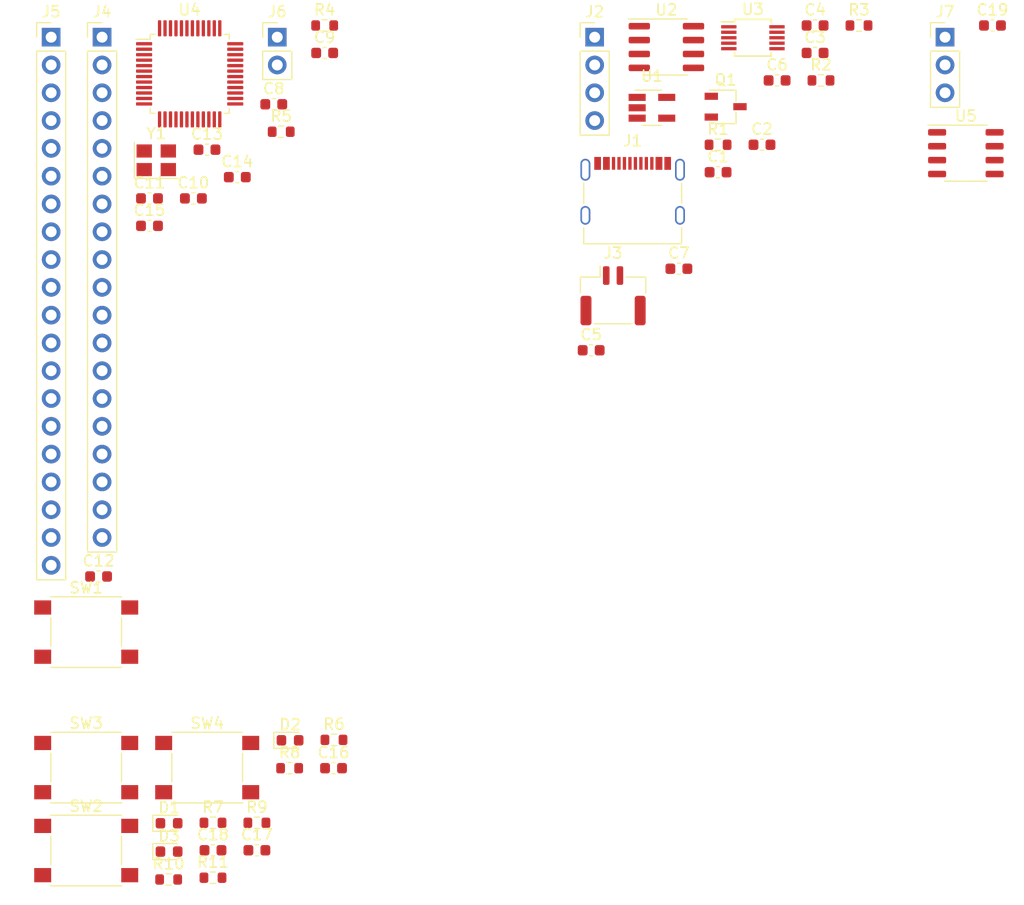
<source format=kicad_pcb>
(kicad_pcb (version 20211014) (generator pcbnew)
  (layers (0 "F.Cu" signal) (31 "B.Cu" signal) (34 "B.Paste" user) (35 "F.Paste" user) (36 "B.SilkS" user "B.Silkscreen") (37 "F.SilkS" user "F.Silkscreen") (38 "B.Mask" user) (39 "F.Mask" user) (44 "Edge.Cuts" user))
  (net 0 "")
  (net 1 "VBUS")
  (net 2 "GND")
  (net 3 "+3V3")
  (net 4 "/STM32_MinimumSystem/NRST")
  (net 5 "/STM32_MinimumSystem/OSC_IN")
  (net 6 "/STM32_MinimumSystem/OSC_OUT")
  (net 7 "Net-(C17-Pad1)")
  (net 8 "Net-(C18-Pad1)")
  (net 9 "Net-(D1-Pad2)")
  (net 10 "Net-(D2-Pad2)")
  (net 11 "Net-(D3-Pad2)")
  (net 13 "/PORT&POWER/D+")
  (net 14 "/PORT&POWER/D-")
  (net 18 "/PORT&POWER/3V3_Debug")
  (net 19 "/PORT&POWER/CAN-")
  (net 20 "/PORT&POWER/CAN+")
  (net 21 "/STM32_MinimumSystem/PA0")
  (net 22 "/STM32_MinimumSystem/PA1")
  (net 23 "/STM32_MinimumSystem/PA2")
  (net 24 "/STM32_MinimumSystem/PA3")
  (net 25 "/STM32_MinimumSystem/PA4")
  (net 26 "/STM32_MinimumSystem/PA5")
  (net 27 "/STM32_MinimumSystem/PA6")
  (net 28 "/STM32_MinimumSystem/PA7")
  (net 29 "/STM32_MinimumSystem/PB0")
  (net 30 "/STM32_MinimumSystem/PB1")
  (net 31 "/STM32_MinimumSystem/PB2")
  (net 32 "/STM32_MinimumSystem/PB10")
  (net 33 "/STM32_MinimumSystem/PB11")
  (net 34 "/STM32_MinimumSystem/PB12")
  (net 35 "/STM32_MinimumSystem/PB13")
  (net 36 "/STM32_MinimumSystem/PB14")
  (net 37 "/STM32_MinimumSystem/PB15")
  (net 38 "/STM32_MinimumSystem/PA8")
  (net 39 "/STM32_MinimumSystem/PA9")
  (net 40 "/STM32_MinimumSystem/PA10")
  (net 41 "/STM32_MinimumSystem/PA11")
  (net 42 "/STM32_MinimumSystem/PA12")
  (net 43 "/STM32_MinimumSystem/PA15")
  (net 44 "/STM32_MinimumSystem/PB3")
  (net 45 "/STM32_MinimumSystem/PB4")
  (net 46 "/STM32_MinimumSystem/PB5")
  (net 47 "/STM32_MinimumSystem/PB6")
  (net 48 "/STM32_MinimumSystem/PB7")
  (net 49 "/STM32_MinimumSystem/PB8")
  (net 50 "/STM32_MinimumSystem/PB9")
  (net 51 "/STM32_MinimumSystem/PC13")
  (net 52 "/STM32_MinimumSystem/PC14")
  (net 53 "/STM32_MinimumSystem/PC15")
  (net 54 "/STM32_MinimumSystem/BOOTO")
  (net 55 "Net-(J7-Pad1)")
  (net 56 "Net-(J7-Pad3)")
  (net 57 "Net-(Q1-Pad2)")
  (net 62 "/STM32_MinimumSystem/PA13")
  (net 63 "/STM32_MinimumSystem/PA14")
  (footprint "Resistor_SMD:R_0603_1608Metric" (layer "F.Cu") (at 125.2 72.5)
    (fp_text reference "R5" (at 0 -1.43) (layer "F.SilkS"))
    (fp_text value "10k")
    (pad "1" smd roundrect (at -0.825 0) (size 0.8 0.95) (layers "F.Cu" "F.Paste" "F.Mask") (net 54 "/STM32_MinimumSystem/BOOTO"))
    (pad "2" smd roundrect (at 0.825 0) (size 0.8 0.95) (layers "F.Cu" "F.Paste" "F.Mask") (net 2 "GND"))
  )
  (footprint "Capacitor_SMD:C_0603_1608Metric" (layer "F.Cu") (at 173.96 65.3)
    (fp_text reference "C3" (at 0 -1.43) (layer "F.SilkS"))
    (fp_text value "10u")
    (pad "1" smd roundrect (at -0.775 0) (size 0.9 0.95) (layers "F.Cu" "F.Paste" "F.Mask") (net 3 "+3V3"))
    (pad "2" smd roundrect (at 0.775 0) (size 0.9 0.95) (layers "F.Cu" "F.Paste" "F.Mask") (net 2 "GND"))
  )
  (footprint "Capacitor_SMD:C_0603_1608Metric" (layer "F.Cu") (at 170.49 67.81)
    (fp_text reference "C6" (at 0 -1.43) (layer "F.SilkS"))
    (fp_text value "100n")
    (pad "1" smd roundrect (at -0.775 0) (size 0.9 0.95) (layers "F.Cu" "F.Paste" "F.Mask") (net 3 "+3V3"))
    (pad "2" smd roundrect (at 0.775 0) (size 0.9 0.95) (layers "F.Cu" "F.Paste" "F.Mask") (net 2 "GND"))
  )
  (footprint "Capacitor_SMD:C_0603_1608Metric" (layer "F.Cu") (at 122.98 138.16)
    (fp_text reference "C17" (at 0 -1.43) (layer "F.SilkS"))
    (fp_text value "100n")
    (pad "1" smd roundrect (at -0.775 0) (size 0.9 0.95) (layers "F.Cu" "F.Paste" "F.Mask") (net 7 "Net-(C17-Pad1)"))
    (pad "2" smd roundrect (at 0.775 0) (size 0.9 0.95) (layers "F.Cu" "F.Paste" "F.Mask") (net 2 "GND"))
  )
  (footprint "Button_Switch_SMD:SW_Push_1P1T_NO_6x6mm_H9.5mm" (layer "F.Cu") (at 107.39 118.225)
    (fp_text reference "SW1" (at 0 -4.05) (layer "F.SilkS"))
    (fp_text value "SW_Push")
    (pad "1" smd rect (at 3.975 -2.25) (size 1.55 1.3) (layers "F.Cu" "F.Paste" "F.Mask") (net 2 "GND"))
    (pad "1" smd rect (at -3.975 -2.25) (size 1.55 1.3) (layers "F.Cu" "F.Paste" "F.Mask") (net 2 "GND"))
    (pad "2" smd rect (at 3.975 2.25) (size 1.55 1.3) (layers "F.Cu" "F.Paste" "F.Mask") (net 4 "/STM32_MinimumSystem/NRST"))
    (pad "2" smd rect (at -3.975 2.25) (size 1.55 1.3) (layers "F.Cu" "F.Paste" "F.Mask") (net 4 "/STM32_MinimumSystem/NRST"))
  )
  (footprint "LED_SMD:LED_0603_1608Metric" (layer "F.Cu") (at 114.96 135.69)
    (fp_text reference "D1" (at 0 -1.43) (layer "F.SilkS"))
    (fp_text value "LED")
    (pad "1" smd roundrect (at -0.7875 0) (size 0.875 0.95) (layers "F.Cu" "F.Paste" "F.Mask") (net 2 "GND"))
    (pad "2" smd roundrect (at 0.7875 0) (size 0.875 0.95) (layers "F.Cu" "F.Paste" "F.Mask") (net 9 "Net-(D1-Pad2)"))
  )
  (footprint "Capacitor_SMD:C_0603_1608Metric" (layer "F.Cu") (at 118.97 138.16)
    (fp_text reference "C18" (at 0 -1.43) (layer "F.SilkS"))
    (fp_text value "100n")
    (pad "1" smd roundrect (at -0.775 0) (size 0.9 0.95) (layers "F.Cu" "F.Paste" "F.Mask") (net 8 "Net-(C18-Pad1)"))
    (pad "2" smd roundrect (at 0.775 0) (size 0.9 0.95) (layers "F.Cu" "F.Paste" "F.Mask") (net 2 "GND"))
  )
  (footprint "Resistor_SMD:R_0603_1608Metric" (layer "F.Cu") (at 177.97 62.79)
    (fp_text reference "R3" (at 0 -1.43) (layer "F.SilkS"))
    (fp_text value "120")
    (pad "1" smd roundrect (at -0.825 0) (size 0.8 0.95) (layers "F.Cu" "F.Paste" "F.Mask") (net 20 "/PORT&POWER/CAN+"))
    (pad "2" smd roundrect (at 0.825 0) (size 0.8 0.95) (layers "F.Cu" "F.Paste" "F.Mask") (net 19 "/PORT&POWER/CAN-"))
  )
  (footprint "Crystal:Crystal_SMD_3225-4Pin_3.2x2.5mm" (layer "F.Cu") (at 113.79 75.11)
    (fp_text reference "Y1" (at 0 -2.45) (layer "F.SilkS"))
    (fp_text value "12M")
    (pad "1" smd rect (at -1.1 0.85) (size 1.4 1.2) (layers "F.Cu" "F.Paste" "F.Mask") (net 6 "/STM32_MinimumSystem/OSC_OUT"))
    (pad "2" smd rect (at 1.1 0.85) (size 1.4 1.2) (layers "F.Cu" "F.Paste" "F.Mask") (net 2 "GND"))
    (pad "3" smd rect (at 1.1 -0.85) (size 1.4 1.2) (layers "F.Cu" "F.Paste" "F.Mask") (net 5 "/STM32_MinimumSystem/OSC_IN"))
    (pad "4" smd rect (at -1.1 -0.85) (size 1.4 1.2) (layers "F.Cu" "F.Paste" "F.Mask") (net 2 "GND"))
  )
  (footprint "Connector_PinHeader_2.54mm:PinHeader_1x19_P2.54mm_Vertical" (layer "F.Cu") (at 108.84 63.86)
    (fp_text reference "J4" (at 0 -2.33) (layer "F.SilkS"))
    (fp_text value "Conn_01x19")
    (pad "1" thru_hole rect (at 0 0) (size 1.7 1.7) (drill 1) (layers *.Cu *.Mask) (net 21 "/STM32_MinimumSystem/PA0"))
    (pad "2" thru_hole oval (at 0 2.54) (size 1.7 1.7) (drill 1) (layers *.Cu *.Mask) (net 22 "/STM32_MinimumSystem/PA1"))
    (pad "3" thru_hole oval (at 0 5.08) (size 1.7 1.7) (drill 1) (layers *.Cu *.Mask) (net 23 "/STM32_MinimumSystem/PA2"))
    (pad "4" thru_hole oval (at 0 7.62) (size 1.7 1.7) (drill 1) (layers *.Cu *.Mask) (net 24 "/STM32_MinimumSystem/PA3"))
    (pad "5" thru_hole oval (at 0 10.16) (size 1.7 1.7) (drill 1) (layers *.Cu *.Mask) (net 25 "/STM32_MinimumSystem/PA4"))
    (pad "6" thru_hole oval (at 0 12.7) (size 1.7 1.7) (drill 1) (layers *.Cu *.Mask) (net 26 "/STM32_MinimumSystem/PA5"))
    (pad "7" thru_hole oval (at 0 15.24) (size 1.7 1.7) (drill 1) (layers *.Cu *.Mask) (net 27 "/STM32_MinimumSystem/PA6"))
    (pad "8" thru_hole oval (at 0 17.78) (size 1.7 1.7) (drill 1) (layers *.Cu *.Mask) (net 28 "/STM32_MinimumSystem/PA7"))
    (pad "9" thru_hole oval (at 0 20.32) (size 1.7 1.7) (drill 1) (layers *.Cu *.Mask) (net 29 "/STM32_MinimumSystem/PB0"))
    (pad "10" thru_hole oval (at 0 22.86) (size 1.7 1.7) (drill 1) (layers *.Cu *.Mask) (net 30 "/STM32_MinimumSystem/PB1"))
    (pad "11" thru_hole oval (at 0 25.4) (size 1.7 1.7) (drill 1) (layers *.Cu *.Mask) (net 31 "/STM32_MinimumSystem/PB2"))
    (pad "12" thru_hole oval (at 0 27.94) (size 1.7 1.7) (drill 1) (layers *.Cu *.Mask) (net 32 "/STM32_MinimumSystem/PB10"))
    (pad "13" thru_hole oval (at 0 30.48) (size 1.7 1.7) (drill 1) (layers *.Cu *.Mask) (net 33 "/STM32_MinimumSystem/PB11"))
    (pad "14" thru_hole oval (at 0 33.02) (size 1.7 1.7) (drill 1) (layers *.Cu *.Mask) (net 34 "/STM32_MinimumSystem/PB12"))
    (pad "15" thru_hole oval (at 0 35.56) (size 1.7 1.7) (drill 1) (layers *.Cu *.Mask) (net 35 "/STM32_MinimumSystem/PB13"))
    (pad "16" thru_hole oval (at 0 38.1) (size 1.7 1.7) (drill 1) (layers *.Cu *.Mask) (net 36 "/STM32_MinimumSystem/PB14"))
    (pad "17" thru_hole oval (at 0 40.64) (size 1.7 1.7) (drill 1) (layers *.Cu *.Mask) (net 37 "/STM32_MinimumSystem/PB15"))
    (pad "18" thru_hole oval (at 0 43.18) (size 1.7 1.7) (drill 1) (layers *.Cu *.Mask) (net 1 "VBUS"))
    (pad "19" thru_hole oval (at 0 45.72) (size 1.7 1.7) (drill 1) (layers *.Cu *.Mask) (net 2 "GND"))
  )
  (footprint "Connector_PinHeader_2.54mm:PinHeader_1x04_P2.54mm_Vertical" (layer "F.Cu") (at 153.83 63.86)
    (fp_text reference "J2" (at 0 -2.33) (layer "F.SilkS"))
    (fp_text value " ")
    (pad "1" thru_hole rect (at 0 0) (size 1.7 1.7) (drill 1) (layers *.Cu *.Mask) (net 18 "/PORT&POWER/3V3_Debug"))
    (pad "2" thru_hole oval (at 0 2.54) (size 1.7 1.7) (drill 1) (layers *.Cu *.Mask) (net 62 "/STM32_MinimumSystem/PA13"))
    (pad "3" thru_hole oval (at 0 5.08) (size 1.7 1.7) (drill 1) (layers *.Cu *.Mask) (net 63 "/STM32_MinimumSystem/PA14"))
    (pad "4" thru_hole oval (at 0 7.62) (size 1.7 1.7) (drill 1) (layers *.Cu *.Mask) (net 2 "GND"))
  )
  (footprint "Capacitor_SMD:C_0603_1608Metric" (layer "F.Cu") (at 129.17 65.3)
    (fp_text reference "C9" (at 0 -1.43) (layer "F.SilkS"))
    (fp_text value "100n")
    (pad "1" smd roundrect (at -0.775 0) (size 0.9 0.95) (layers "F.Cu" "F.Paste" "F.Mask") (net 3 "+3V3"))
    (pad "2" smd roundrect (at 0.775 0) (size 0.9 0.95) (layers "F.Cu" "F.Paste" "F.Mask") (net 2 "GND"))
  )
  (footprint "Capacitor_SMD:C_0603_1608Metric" (layer "F.Cu") (at 161.52 85.02)
    (fp_text reference "C7" (at 0 -1.43) (layer "F.SilkS"))
    (fp_text value "100n")
    (pad "1" smd roundrect (at -0.775 0) (size 0.9 0.95) (layers "F.Cu" "F.Paste" "F.Mask") (net 3 "+3V3"))
    (pad "2" smd roundrect (at 0.775 0) (size 0.9 0.95) (layers "F.Cu" "F.Paste" "F.Mask") (net 2 "GND"))
  )
  (footprint "Resistor_SMD:R_0603_1608Metric" (layer "F.Cu") (at 129.17 62.79)
    (fp_text reference "R4" (at 0 -1.43) (layer "F.SilkS"))
    (fp_text value "10k")
    (pad "1" smd roundrect (at -0.825 0) (size 0.8 0.95) (layers "F.Cu" "F.Paste" "F.Mask") (net 3 "+3V3"))
    (pad "2" smd roundrect (at 0.825 0) (size 0.8 0.95) (layers "F.Cu" "F.Paste" "F.Mask") (net 4 "/STM32_MinimumSystem/NRST"))
  )
  (footprint "LED_SMD:LED_0603_1608Metric" (layer "F.Cu") (at 126.01 128.11)
    (fp_text reference "D2" (at 0 -1.43) (layer "F.SilkS"))
    (fp_text value "LED")
    (pad "1" smd roundrect (at -0.7875 0) (size 0.875 0.95) (layers "F.Cu" "F.Paste" "F.Mask") (net 43 "/STM32_MinimumSystem/PA15"))
    (pad "2" smd roundrect (at 0.7875 0) (size 0.875 0.95) (layers "F.Cu" "F.Paste" "F.Mask") (net 10 "Net-(D2-Pad2)"))
  )
  (footprint "Connector_USB:USB_C_Receptacle_Palconn_UTC16-G" (layer "F.Cu") (at 157.3 77.9)
    (fp_text reference "J1" (at 0 -4.58) (layer "F.SilkS"))
    (fp_text value "USB_C_Receptacle_USB2.0")
    (pad "" np_thru_hole circle (at 2.89 -1.45 180) (size 0.6 0.6) (drill 0.6) (layers *.Cu *.Mask))
    (pad "" np_thru_hole circle (at -2.89 -1.45 180) (size 0.6 0.6) (drill 0.6) (layers *.Cu *.Mask))
    (pad "A1" smd rect (at -3.2 -2.51) (size 0.6 1.16) (layers "F.Cu" "F.Paste" "F.Mask") (net 2 "GND"))
    (pad "A4" smd rect (at -2.4 -2.51) (size 0.6 1.16) (layers "F.Cu" "F.Paste" "F.Mask") (net 1 "VBUS"))
    (pad "A5" smd rect (at -1.25 -2.51 180) (size 0.3 1.16) (layers "F.Cu" "F.Paste" "F.Mask"))
    (pad "A6" smd rect (at -0.25 -2.51 180) (size 0.3 1.16) (layers "F.Cu" "F.Paste" "F.Mask") (net 13 "/PORT&POWER/D+"))
    (pad "A7" smd rect (at 0.25 -2.51 180) (size 0.3 1.16) (layers "F.Cu" "F.Paste" "F.Mask") (net 14 "/PORT&POWER/D-"))
    (pad "A8" smd rect (at 1.25 -2.51 180) (size 0.3 1.16) (layers "F.Cu" "F.Paste" "F.Mask"))
    (pad "A9" smd rect (at 2.4 -2.51) (size 0.6 1.16) (layers "F.Cu" "F.Paste" "F.Mask") (net 1 "VBUS"))
    (pad "A12" smd rect (at 3.2 -2.51) (size 0.6 1.16) (layers "F.Cu" "F.Paste" "F.Mask") (net 2 "GND"))
    (pad "B1" smd rect (at 3.2 -2.51) (size 0.6 1.16) (layers "F.Cu" "F.Paste" "F.Mask") (net 2 "GND"))
    (pad "B4" smd rect (at 2.4 -2.51) (size 0.6 1.16) (layers "F.Cu" "F.Paste" "F.Mask") (net 1 "VBUS"))
    (pad "B5" smd rect (at 1.75 -2.51 180) (size 0.3 1.16) (layers "F.Cu" "F.Paste" "F.Mask"))
    (pad "B6" smd rect (at 0.75 -2.51 180) (size 0.3 1.16) (layers "F.Cu" "F.Paste" "F.Mask") (net 13 "/PORT&POWER/D+"))
    (pad "B7" smd rect (at -0.75 -2.51 180) (size 0.3 1.16) (layers "F.Cu" "F.Paste" "F.Mask") (net 14 "/PORT&POWER/D-"))
    (pad "B8" smd rect (at -1.75 -2.51 180) (size 0.3 1.16) (layers "F.Cu" "F.Paste" "F.Mask"))
    (pad "B9" smd rect (at -2.4 -2.51) (size 0.6 1.16) (layers "F.Cu" "F.Paste" "F.Mask") (net 1 "VBUS"))
    (pad "B12" smd rect (at -3.2 -2.51) (size 0.6 1.16) (layers "F.Cu" "F.Paste" "F.Mask") (net 2 "GND"))
    (pad "S1" thru_hole oval (at -4.32 -1.93 90) (size 2 0.9) (drill oval 1.7 0.6) (layers *.Cu *.Mask) (net 2 "GND"))
    (pad "S1" thru_hole oval (at -4.32 2.24 90) (size 1.7 0.9) (drill oval 1.4 0.6) (layers *.Cu *.Mask) (net 2 "GND"))
    (pad "S1" thru_hole oval (at 4.32 2.24 90) (size 1.7 0.9) (drill oval 1.4 0.6) (layers *.Cu *.Mask) (net 2 "GND"))
    (pad "S1" thru_hole oval (at 4.32 -1.93 90) (size 2 0.9) (drill oval 1.7 0.6) (layers *.Cu *.Mask) (net 2 "GND"))
  )
  (footprint "Capacitor_SMD:C_0603_1608Metric" (layer "F.Cu") (at 173.96 62.79)
    (fp_text reference "C4" (at 0 -1.43) (layer "F.SilkS"))
    (fp_text value "100n")
    (pad "1" smd roundrect (at -0.775 0) (size 0.9 0.95) (layers "F.Cu" "F.Paste" "F.Mask") (net 3 "+3V3"))
    (pad "2" smd roundrect (at 0.775 0) (size 0.9 0.95) (layers "F.Cu" "F.Paste" "F.Mask") (net 2 "GND"))
  )
  (footprint "Package_SO:MSOP-10_3x3mm_P0.5mm" (layer "F.Cu") (at 168.28 63.91)
    (fp_text reference "U3" (at 0 -2.6) (layer "F.SilkS"))
    (fp_text value "CH340E")
    (pad "1" smd rect (at -2.2 -1) (size 1.4 0.3) (layers "F.Cu" "F.Paste" "F.Mask") (net 13 "/PORT&POWER/D+"))
    (pad "2" smd rect (at -2.2 -0.5) (size 1.4 0.3) (layers "F.Cu" "F.Paste" "F.Mask") (net 14 "/PORT&POWER/D-"))
    (pad "3" smd rect (at -2.2 0) (size 1.4 0.3) (layers "F.Cu" "F.Paste" "F.Mask") (net 2 "GND"))
    (pad "4" smd rect (at -2.2 0.5) (size 1.4 0.3) (layers "F.Cu" "F.Paste" "F.Mask"))
    (pad "5" smd rect (at -2.2 1) (size 1.4 0.3) (layers "F.Cu" "F.Paste" "F.Mask"))
    (pad "6" smd rect (at 2.2 1) (size 1.4 0.3) (layers "F.Cu" "F.Paste" "F.Mask"))
    (pad "7" smd rect (at 2.2 0.5) (size 1.4 0.3) (layers "F.Cu" "F.Paste" "F.Mask") (net 3 "+3V3"))
    (pad "8" smd rect (at 2.2 0) (size 1.4 0.3) (layers "F.Cu" "F.Paste" "F.Mask") (net 40 "/STM32_MinimumSystem/PA10"))
    (pad "9" smd rect (at 2.2 -0.5) (size 1.4 0.3) (layers "F.Cu" "F.Paste" "F.Mask") (net 39 "/STM32_MinimumSystem/PA9"))
    (pad "10" smd rect (at 2.2 -1) (size 1.4 0.3) (layers "F.Cu" "F.Paste" "F.Mask") (net 3 "+3V3"))
  )
  (footprint "Capacitor_SMD:C_0603_1608Metric" (layer "F.Cu") (at 190.16 62.79)
    (fp_text reference "C19" (at 0 -1.43) (layer "F.SilkS"))
    (fp_text value "100n")
    (pad "1" smd roundrect (at -0.775 0) (size 0.9 0.95) (layers "F.Cu" "F.Paste" "F.Mask") (net 3 "+3V3"))
    (pad "2" smd roundrect (at 0.775 0) (size 0.9 0.95) (layers "F.Cu" "F.Paste" "F.Mask") (net 2 "GND"))
  )
  (footprint "Connector_PinHeader_2.54mm:PinHeader_1x02_P2.54mm_Vertical" (layer "F.Cu") (at 124.84 63.86)
    (fp_text reference "J6" (at 0 -2.33) (layer "F.SilkS"))
    (fp_text value "Conn_01x02")
    (pad "1" thru_hole rect (at 0 0) (size 1.7 1.7) (drill 1) (layers *.Cu *.Mask) (net 3 "+3V3"))
    (pad "2" thru_hole oval (at 0 2.54) (size 1.7 1.7) (drill 1) (layers *.Cu *.Mask) (net 54 "/STM32_MinimumSystem/BOOTO"))
  )
  (footprint "Capacitor_SMD:C_0603_1608Metric" (layer "F.Cu") (at 108.52 113.14)
    (fp_text reference "C12" (at 0 -1.43) (layer "F.SilkS"))
    (fp_text value "100n")
    (pad "1" smd roundrect (at -0.775 0) (size 0.9 0.95) (layers "F.Cu" "F.Paste" "F.Mask") (net 3 "+3V3"))
    (pad "2" smd roundrect (at 0.775 0) (size 0.9 0.95) (layers "F.Cu" "F.Paste" "F.Mask") (net 2 "GND"))
  )
  (footprint "LED_SMD:LED_0603_1608Metric" (layer "F.Cu") (at 114.96 138.28)
    (fp_text reference "D3" (at 0 -1.43) (layer "F.SilkS"))
    (fp_text value "LED")
    (pad "1" smd roundrect (at -0.7875 0) (size 0.875 0.95) (layers "F.Cu" "F.Paste" "F.Mask") (net 44 "/STM32_MinimumSystem/PB3"))
    (pad "2" smd roundrect (at 0.7875 0) (size 0.875 0.95) (layers "F.Cu" "F.Paste" "F.Mask") (net 11 "Net-(D3-Pad2)"))
  )
  (footprint "Resistor_SMD:R_0603_1608Metric" (layer "F.Cu") (at 174.5 67.81)
    (fp_text reference "R2" (at 0 -1.43) (layer "F.SilkS"))
    (fp_text value "10k")
    (pad "1" smd roundrect (at -0.825 0) (size 0.8 0.95) (layers "F.Cu" "F.Paste" "F.Mask") (net 57 "Net-(Q1-Pad2)"))
    (pad "2" smd roundrect (at 0.825 0) (size 0.8 0.95) (layers "F.Cu" "F.Paste" "F.Mask") (net 2 "GND"))
  )
  (footprint "Package_TO_SOT_SMD:SOT-23-5_HandSoldering" (layer "F.Cu") (at 159.06 70.31)
    (fp_text reference "U1" (at 0 -2.9) (layer "F.SilkS"))
    (fp_text value "HX9193")
    (pad "1" smd rect (at -1.35 -0.95) (size 1.56 0.65) (layers "F.Cu" "F.Paste" "F.Mask") (net 1 "VBUS"))
    (pad "2" smd rect (at -1.35 0) (size 1.56 0.65) (layers "F.Cu" "F.Paste" "F.Mask") (net 2 "GND"))
    (pad "3" smd rect (at -1.35 0.95) (size 1.56 0.65) (layers "F.Cu" "F.Paste" "F.Mask") (net 1 "VBUS"))
    (pad "4" smd rect (at 1.35 0.95) (size 1.56 0.65) (layers "F.Cu" "F.Paste" "F.Mask"))
    (pad "5" smd rect (at 1.35 -0.95) (size 1.56 0.65) (layers "F.Cu" "F.Paste" "F.Mask") (net 3 "+3V3"))
  )
  (footprint "Resistor_SMD:R_0603_1608Metric" (layer "F.Cu") (at 122.98 135.65)
    (fp_text reference "R9" (at 0 -1.43) (layer "F.SilkS"))
    (fp_text value "R")
    (pad "1" smd roundrect (at -0.825 0) (size 0.8 0.95) (layers "F.Cu" "F.Paste" "F.Mask") (net 3 "+3V3"))
    (pad "2" smd roundrect (at 0.825 0) (size 0.8 0.95) (layers "F.Cu" "F.Paste" "F.Mask") (net 9 "Net-(D1-Pad2)"))
  )
  (footprint "Button_Switch_SMD:SW_Push_1P1T_NO_6x6mm_H9.5mm" (layer "F.Cu") (at 107.39 130.605)
    (fp_text reference "SW3" (at 0 -4.05) (layer "F.SilkS"))
    (fp_text value "SW_Push")
    (pad "1" smd rect (at 3.975 -2.25) (size 1.55 1.3) (layers "F.Cu" "F.Paste" "F.Mask") (net 2 "GND"))
    (pad "1" smd rect (at -3.975 -2.25) (size 1.55 1.3) (layers "F.Cu" "F.Paste" "F.Mask") (net 2 "GND"))
    (pad "2" smd rect (at 3.975 2.25) (size 1.55 1.3) (layers "F.Cu" "F.Paste" "F.Mask") (net 49 "/STM32_MinimumSystem/PB8"))
    (pad "2" smd rect (at -3.975 2.25) (size 1.55 1.3) (layers "F.Cu" "F.Paste" "F.Mask") (net 49 "/STM32_MinimumSystem/PB8"))
  )
  (footprint "Capacitor_SMD:C_0603_1608Metric" (layer "F.Cu") (at 165.1 76.2)
    (fp_text reference "C1" (at 0 -1.43) (layer "F.SilkS"))
    (fp_text value "10u")
    (pad "1" smd roundrect (at -0.775 0) (size 0.9 0.95) (layers "F.Cu" "F.Paste" "F.Mask") (net 1 "VBUS"))
    (pad "2" smd roundrect (at 0.775 0) (size 0.9 0.95) (layers "F.Cu" "F.Paste" "F.Mask") (net 2 "GND"))
  )
  (footprint "Resistor_SMD:R_0603_1608Metric" (layer "F.Cu") (at 118.97 140.67)
    (fp_text reference "R11" (at 0 -1.43) (layer "F.SilkS"))
    (fp_text value "R")
    (pad "1" smd roundrect (at -0.825 0) (size 0.8 0.95) (layers "F.Cu" "F.Paste" "F.Mask") (net 3 "+3V3"))
    (pad "2" smd roundrect (at 0.825 0) (size 0.8 0.95) (layers "F.Cu" "F.Paste" "F.Mask") (net 11 "Net-(D3-Pad2)"))
  )
  (footprint "Button_Switch_SMD:SW_Push_1P1T_NO_6x6mm_H9.5mm" (layer "F.Cu") (at 107.39 138.185)
    (fp_text reference "SW2" (at 0 -4.05) (layer "F.SilkS"))
    (fp_text value "SW_Push")
    (pad "1" smd rect (at 3.975 -2.25) (size 1.55 1.3) (layers "F.Cu" "F.Paste" "F.Mask") (net 2 "GND"))
    (pad "1" smd rect (at -3.975 -2.25) (size 1.55 1.3) (layers "F.Cu" "F.Paste" "F.Mask") (net 2 "GND"))
    (pad "2" smd rect (at -3.975 2.25) (size 1.55 1.3) (layers "F.Cu" "F.Paste" "F.Mask") (net 45 "/STM32_MinimumSystem/PB4"))
    (pad "2" smd rect (at 3.975 2.25) (size 1.55 1.3) (layers "F.Cu" "F.Paste" "F.Mask") (net 45 "/STM32_MinimumSystem/PB4"))
  )
  (footprint "Resistor_SMD:R_0603_1608Metric" (layer "F.Cu") (at 165.1 73.69)
    (fp_text reference "R1" (at 0 -1.43) (layer "F.SilkS"))
    (fp_text value "1k")
    (pad "1" smd roundrect (at -0.825 0) (size 0.8 0.95) (layers "F.Cu" "F.Paste" "F.Mask") (net 1 "VBUS"))
    (pad "2" smd roundrect (at 0.825 0) (size 0.8 0.95) (layers "F.Cu" "F.Paste" "F.Mask") (net 57 "Net-(Q1-Pad2)"))
  )
  (footprint "Capacitor_SMD:C_0603_1608Metric" (layer "F.Cu") (at 118.42 74.14)
    (fp_text reference "C13" (at 0 -1.43) (layer "F.SilkS"))
    (fp_text value "100n")
    (pad "1" smd roundrect (at -0.775 0) (size 0.9 0.95) (layers "F.Cu" "F.Paste" "F.Mask") (net 4 "/STM32_MinimumSystem/NRST"))
    (pad "2" smd roundrect (at 0.775 0) (size 0.9 0.95) (layers "F.Cu" "F.Paste" "F.Mask") (net 2 "GND"))
  )
  (footprint "Capacitor_SMD:C_0603_1608Metric" (layer "F.Cu") (at 121.19 76.65)
    (fp_text reference "C14" (at 0 -1.43) (layer "F.SilkS"))
    (fp_text value "18p")
    (pad "1" smd roundrect (at -0.775 0) (size 0.9 0.95) (layers "F.Cu" "F.Paste" "F.Mask") (net 5 "/STM32_MinimumSystem/OSC_IN"))
    (pad "2" smd roundrect (at 0.775 0) (size 0.9 0.95) (layers "F.Cu" "F.Paste" "F.Mask") (net 2 "GND"))
  )
  (footprint "Package_QFP:LQFP-48_7x7mm_P0.5mm" (layer "F.Cu") (at 116.84 67.21)
    (fp_text reference "U4" (at 0 -5.85) (layer "F.SilkS"))
    (fp_text value "STM32F103C8T6")
    (pad "1" smd roundrect (at -4.1625 -2.75) (size 1.475 0.3) (layers "F.Cu" "F.Paste" "F.Mask") (net 3 "+3V3"))
    (pad "2" smd roundrect (at -4.1625 -2.25) (size 1.475 0.3) (layers "F.Cu" "F.Paste" "F.Mask") (net 51 "/STM32_MinimumSystem/PC13"))
    (pad "3" smd roundrect (at -4.1625 -1.75) (size 1.475 0.3) (layers "F.Cu" "F.Paste" "F.Mask") (net 52 "/STM32_MinimumSystem/PC14"))
    (pad "4" smd roundrect (at -4.1625 -1.25) (size 1.475 0.3) (layers "F.Cu" "F.Paste" "F.Mask") (net 53 "/STM32_MinimumSystem/PC15"))
    (pad "5" smd roundrect (at -4.1625 -0.75) (size 1.475 0.3) (layers "F.Cu" "F.Paste" "F.Mask") (net 5 "/STM32_MinimumSystem/OSC_IN"))
    (pad "6" smd roundrect (at -4.1625 -0.25) (size 1.475 0.3) (layers "F.Cu" "F.Paste" "F.Mask") (net 6 "/STM32_MinimumSystem/OSC_OUT"))
    (pad "7" smd roundrect (at -4.1625 0.25) (size 1.475 0.3) (layers "F.Cu" "F.Paste" "F.Mask") (net 4 "/STM32_MinimumSystem/NRST"))
    (pad "8" smd roundrect (at -4.1625 0.75) (size 1.475 0.3) (layers "F.Cu" "F.Paste" "F.Mask") (net 2 "GND"))
    (pad "9" smd roundrect (at -4.1625 1.25) (size 1.475 0.3) (layers "F.Cu" "F.Paste" "F.Mask") (net 3 "+3V3"))
    (pad "10" smd roundrect (at -4.1625 1.75) (size 1.475 0.3) (layers "F.Cu" "F.Paste" "F.Mask") (net 21 "/STM32_MinimumSystem/PA0"))
    (pad "11" smd roundrect (at -4.1625 2.25) (size 1.475 0.3) (layers "F.Cu" "F.Paste" "F.Mask") (net 22 "/STM32_MinimumSystem/PA1"))
    (pad "12" smd roundrect (at -4.1625 2.75) (size 1.475 0.3) (layers "F.Cu" "F.Paste" "F.Mask") (net 23 "/STM32_MinimumSystem/PA2"))
    (pad "13" smd roundrect (at -2.75 4.1625) (size 0.3 1.475) (layers "F.Cu" "F.Paste" "F.Mask") (net 24 "/STM32_MinimumSystem/PA3"))
    (pad "14" smd roundrect (at -2.25 4.1625) (size 0.3 1.475) (layers "F.Cu" "F.Paste" "F.Mask") (net 25 "/STM32_MinimumSystem/PA4"))
    (pad "15" smd roundrect (at -1.75 4.1625) (size 0.3 1.475) (layers "F.Cu" "F.Paste" "F.Mask") (net 26 "/STM32_MinimumSystem/PA5"))
    (pad "16" smd roundrect (at -1.25 4.1625) (size 0.3 1.475) (layers "F.Cu" "F.Paste" "F.Mask") (net 27 "/STM32_MinimumSystem/PA6"))
    (pad "17" smd roundrect (at -0.75 4.1625) (size 0.3 1.475) (layers "F.Cu" "F.Paste" "F.Mask") (net 28 "/STM32_MinimumSystem/PA7"))
    (pad "18" smd roundrect (at -0.25 4.1625) (size 0.3 1.475) (layers "F.Cu" "F.Paste" "F.Mask") (net 29 "/STM32_MinimumSystem/PB0"))
    (pad "19" smd roundrect (at 0.25 4.1625) (size 0.3 1.475) (layers "F.Cu" "F.Paste" "F.Mask") (net 30 "/STM32_MinimumSystem/PB1"))
    (pad "20" smd roundrect (at 0.75 4.1625) (size 0.3 1.475) (layers "F.Cu" "F.Paste" "F.Mask") (net 31 "/STM32_MinimumSystem/PB2"))
    (pad "21" smd roundrect (at 1.25 4.1625) (size 0.3 1.475) (layers "F.Cu" "F.Paste" "F.Mask") (net 32 "/STM32_MinimumSystem/PB10"))
    (pad "22" smd roundrect (at 1.75 4.1625) (size 0.3 1.475) (layers "F.Cu" "F.Paste" "F.Mask") (net 33 "/STM32_MinimumSystem/PB11"))
    (pad "23" smd roundrect (at 2.25 4.1625) (size 0.3 1.475) (layers "F.Cu" "F.Paste" "F.Mask") (net 2 "GND"))
    (pad "24" smd roundrect (at 2.75 4.1625) (size 0.3 1.475) (layers "F.Cu" "F.Paste" "F.Mask") (net 3 "+3V3"))
    (pad "25" smd roundrect (at 4.1625 2.75) (size 1.475 0.3) (layers "F.Cu" "F.Paste" "F.Mask") (net 34 "/STM32_MinimumSystem/PB12"))
    (pad "26" smd roundrect (at 4.1625 2.25) (size 1.475 0.3) (layers "F.Cu" "F.Paste" "F.Mask") (net 35 "/STM32_MinimumSystem/PB13"))
    (pad "27" smd roundrect (at 4.1625 1.75) (size 1.475 0.3) (layers "F.Cu" "F.Paste" "F.Mask") (net 36 "/STM32_MinimumSystem/PB14"))
    (pad "28" smd roundrect (at 4.1625 1.25) (size 1.475 0.3) (layers "F.Cu" "F.Paste" "F.Mask") (net 37 "/STM32_MinimumSystem/PB15"))
    (pad "29" smd roundrect (at 4.1625 0.75) (size 1.475 0.3) (layers "F.Cu" "F.Paste" "F.Mask") (net 38 "/STM32_MinimumSystem/PA8"))
    (pad "30" smd roundrect (at 4.1625 0.25) (size 1.475 0.3) (layers "F.Cu" "F.Paste" "F.Mask") (net 39 "/STM32_MinimumSystem/PA9"))
    (pad "31" smd roundrect (at 4.1625 -0.25) (size 1.475 0.3) (layers "F.Cu" "F.Paste" "F.Mask") (net 40 "/STM32_MinimumSystem/PA10"))
    (pad "32" smd roundrect (at 4.1625 -0.75) (size 1.475 0.3) (layers "F.Cu" "F.Paste" "F.Mask") (net 41 "/STM32_MinimumSystem/PA11"))
    (pad "33" smd roundrect (at 4.1625 -1.25) (size 1.475 0.3) (layers "F.Cu" "F.Paste" "F.Mask") (net 42 "/STM32_MinimumSystem/PA12"))
    (pad "34" smd roundrect (at 4.1625 -1.75) (size 1.475 0.3) (layers "F.Cu" "F.Paste" "F.Mask") (net 62 "/STM32_MinimumSystem/PA13"))
    (pad "35" smd roundrect (at 4.1625 -2.25) (size 1.475 0.3) (layers "F.Cu" "F.Paste" "F.Mask") (net 2 "GND"))
    (pad "36" smd roundrect (at 4.1625 -2.75) (size 1.475 0.3) (layers "F.Cu" "F.Paste" "F.Mask") (net 3 "+3V3"))
    (pad "37" smd roundrect (at 2.75 -4.1625) (size 0.3 1.475) (layers "F.Cu" "F.Paste" "F.Mask") (net 63 "/STM32_MinimumSystem/PA14"))
    (pad "38" smd roundrect (at 2.25 -4.1625) (size 0.3 1.475) (layers "F.Cu" "F.Paste" "F.Mask") (net 43 "/STM32_MinimumSystem/PA15"))
    (pad "39" smd roundrect (at 1.75 -4.1625) (size 0.3 1.475) (layers "F.Cu" "F.Paste" "F.Mask") (net 44 "/STM32_MinimumSystem/PB3"))
    (pad "40" smd roundrect (at 1.25 -4.1625) (size 0.3 1.475) (layers "F.Cu" "F.Paste" "F.Mask") (net 45 "/STM32_MinimumSystem/PB4"))
    (pad "41" smd roundrect (at 0.75 -4.1625) (size 0.3 1.475) (layers "F.Cu" "F.Paste" "F.Mask") (net 46 "/STM32_MinimumSystem/PB5"))
    (pad "42" smd roundrect (at 0.25 -4.1625) (size 0.3 1.475) (layers "F.Cu" "F.Paste" "F.Mask") (net 47 "/STM32_MinimumSystem/PB6"))
    (pad "43" smd roundrect (at -0.25 -4.1625) (size 0.3 1.475) (layers "F.Cu" "F.Paste" "F.Mask") (net 48 "/STM32_MinimumSystem/PB7"))
    (pad "44" smd roundrect (at -0.75 -4.1625) (size 0.3 1.475) (layers "F.Cu" "F.Paste" "F.Mask") (net 54 "/STM32_MinimumSystem/BOOTO"))
    (pad "45" smd roundrect (at -1.25 -4.1625) (size 0.3 1.475) (layers "F.Cu" "F.Paste" "F.Mask") (net 49 "/STM32_MinimumSystem/PB8"))
    (pad "46" smd roundrect (at -1.75 -4.1625) (size 0.3 1.475) (layers "F.Cu" "F.Paste" "F.Mask") (net 50 "/STM32_MinimumSystem/PB9"))
    (pad "47" smd roundrect (at -2.25 -4.1625) (size 0.3 1.475) (layers "F.Cu" "F.Paste" "F.Mask") (net 2 "GND"))
    (pad "48" smd roundrect (at -2.75 -4.1625) (size 0.3 1.475) (layers "F.Cu" "F.Paste" "F.Mask") (net 3 "+3V3"))
  )
  (footprint "Capacitor_SMD:C_0603_1608Metric" (layer "F.Cu") (at 124.52 69.99)
    (fp_text reference "C8" (at 0 -1.43) (layer "F.SilkS"))
    (fp_text value "100n")
    (pad "1" smd roundrect (at -0.775 0) (size 0.9 0.95) (layers "F.Cu" "F.Paste" "F.Mask") (net 3 "+3V3"))
    (pad "2" smd roundrect (at 0.775 0) (size 0.9 0.95) (layers "F.Cu" "F.Paste" "F.Mask") (net 2 "GND"))
  )
  (footprint "Capacitor_SMD:C_0603_1608Metric" (layer "F.Cu") (at 113.17 78.59)
    (fp_text reference "C11" (at 0 -1.43) (layer "F.SilkS"))
    (fp_text value "100n")
    (pad "1" smd roundrect (at -0.775 0) (size 0.9 0.95) (layers "F.Cu" "F.Paste" "F.Mask") (net 3 "+3V3"))
    (pad "2" smd roundrect (at 0.775 0) (size 0.9 0.95) (layers "F.Cu" "F.Paste" "F.Mask") (net 2 "GND"))
  )
  (footprint "Package_SO:SOIC-8_3.9x4.9mm_P1.27mm" (layer "F.Cu") (at 160.38 64.76)
    (fp_text reference "U2" (at 0 -3.4) (layer "F.SilkS"))
    (fp_text value "TJA1051T-3")
    (pad "1" smd roundrect (at -2.475 -1.905) (size 1.95 0.6) (layers "F.Cu" "F.Paste" "F.Mask") (net 42 "/STM32_MinimumSystem/PA12"))
    (pad "2" smd roundrect (at -2.475 -0.635) (size 1.95 0.6) (layers "F.Cu" "F.Paste" "F.Mask") (net 2 "GND"))
    (pad "3" smd roundrect (at -2.475 0.635) (size 1.95 0.6) (layers "F.Cu" "F.Paste" "F.Mask") (net 1 "VBUS"))
    (pad "4" smd roundrect (at -2.475 1.905) (size 1.95 0.6) (layers "F.Cu" "F.Paste" "F.Mask") (net 41 "/STM32_MinimumSystem/PA11"))
    (pad "5" smd roundrect (at 2.475 1.905) (size 1.95 0.6) (layers "F.Cu" "F.Paste" "F.Mask") (net 3 "+3V3"))
    (pad "6" smd roundrect (at 2.475 0.635) (size 1.95 0.6) (layers "F.Cu" "F.Paste" "F.Mask") (net 19 "/PORT&POWER/CAN-"))
    (pad "7" smd roundrect (at 2.475 -0.635) (size 1.95 0.6) (layers "F.Cu" "F.Paste" "F.Mask") (net 20 "/PORT&POWER/CAN+"))
    (pad "8" smd roundrect (at 2.475 -1.905) (size 1.95 0.6) (layers "F.Cu" "F.Paste" "F.Mask") (net 2 "GND"))
  )
  (footprint "Connector_PinHeader_2.54mm:PinHeader_1x03_P2.54mm_Vertical" (layer "F.Cu") (at 185.83 63.86)
    (fp_text reference "J7" (at 0 -2.33) (layer "F.SilkS"))
    (fp_text value "Conn_01x03")
    (pad "1" thru_hole rect (at 0 0) (size 1.7 1.7) (drill 1) (layers *.Cu *.Mask) (net 55 "Net-(J7-Pad1)"))
    (pad "2" thru_hole oval (at 0 2.54) (size 1.7 1.7) (drill 1) (layers *.Cu *.Mask) (net 21 "/STM32_MinimumSystem/PA0"))
    (pad "3" thru_hole oval (at 0 5.08) (size 1.7 1.7) (drill 1) (layers *.Cu *.Mask) (net 56 "Net-(J7-Pad3)"))
  )
  (footprint "Capacitor_SMD:C_0603_1608Metric" (layer "F.Cu") (at 153.51 92.47)
    (fp_text reference "C5" (at 0 -1.43) (layer "F.SilkS"))
    (fp_text value "100n")
    (pad "1" smd roundrect (at -0.775 0) (size 0.9 0.95) (layers "F.Cu" "F.Paste" "F.Mask") (net 1 "VBUS"))
    (pad "2" smd roundrect (at 0.775 0) (size 0.9 0.95) (layers "F.Cu" "F.Paste" "F.Mask") (net 2 "GND"))
  )
  (footprint "Capacitor_SMD:C_0603_1608Metric" (layer "F.Cu") (at 129.98 130.66)
    (fp_text reference "C16" (at 0 -1.43) (layer "F.SilkS"))
    (fp_text value "100n")
    (pad "1" smd roundrect (at -0.775 0) (size 0.9 0.95) (layers "F.Cu" "F.Paste" "F.Mask") (net 45 "/STM32_MinimumSystem/PB4"))
    (pad "2" smd roundrect (at 0.775 0) (size 0.9 0.95) (layers "F.Cu" "F.Paste" "F.Mask") (net 2 "GND"))
  )
  (footprint "Button_Switch_SMD:SW_Push_1P1T_NO_6x6mm_H9.5mm" (layer "F.Cu") (at 118.44 130.605)
    (fp_text reference "SW4" (at 0 -4.05) (layer "F.SilkS"))
    (fp_text value "SW_Push")
    (pad "1" smd rect (at -3.975 -2.25) (size 1.55 1.3) (layers "F.Cu" "F.Paste" "F.Mask") (net 2 "GND"))
    (pad "1" smd rect (at 3.975 -2.25) (size 1.55 1.3) (layers "F.Cu" "F.Paste" "F.Mask") (net 2 "GND"))
    (pad "2" smd rect (at -3.975 2.25) (size 1.55 1.3) (layers "F.Cu" "F.Paste" "F.Mask") (net 50 "/STM32_MinimumSystem/PB9"))
    (pad "2" smd rect (at 3.975 2.25) (size 1.55 1.3) (layers "F.Cu" "F.Paste" "F.Mask") (net 50 "/STM32_MinimumSystem/PB9"))
  )
  (footprint "Resistor_SMD:R_0603_1608Metric" (layer "F.Cu") (at 118.97 135.65)
    (fp_text reference "R7" (at 0 -1.43) (layer "F.SilkS"))
    (fp_text value "1K")
    (pad "1" smd roundrect (at -0.825 0) (size 0.8 0.95) (layers "F.Cu" "F.Paste" "F.Mask") (net 3 "+3V3"))
    (pad "2" smd roundrect (at 0.825 0) (size 0.8 0.95) (layers "F.Cu" "F.Paste" "F.Mask") (net 7 "Net-(C17-Pad1)"))
  )
  (footprint "Capacitor_SMD:C_0603_1608Metric" (layer "F.Cu") (at 117.18 78.59)
    (fp_text reference "C10" (at 0 -1.43) (layer "F.SilkS"))
    (fp_text value "100n")
    (pad "1" smd roundrect (at -0.775 0) (size 0.9 0.95) (layers "F.Cu" "F.Paste" "F.Mask") (net 3 "+3V3"))
    (pad "2" smd roundrect (at 0.775 0) (size 0.9 0.95) (layers "F.Cu" "F.Paste" "F.Mask") (net 2 "GND"))
  )
  (footprint "Capacitor_SMD:C_0603_1608Metric" (layer "F.Cu") (at 169.11 73.69)
    (fp_text reference "C2" (at 0 -1.43) (layer "F.SilkS"))
    (fp_text value "100n")
    (pad "1" smd roundrect (at -0.775 0) (size 0.9 0.95) (layers "F.Cu" "F.Paste" "F.Mask") (net 1 "VBUS"))
    (pad "2" smd roundrect (at 0.775 0) (size 0.9 0.95) (layers "F.Cu" "F.Paste" "F.Mask") (net 2 "GND"))
  )
  (footprint "Package_SO:SOP-8_3.9x4.9mm_P1.27mm" (layer "F.Cu") (at 187.73 74.46)
    (fp_text reference "U5" (at 0 -3.4) (layer "F.SilkS"))
    (fp_text value "AD8400ARZ50")
    (pad "1" smd roundrect (at -2.625 -1.905) (size 1.65 0.6) (layers "F.Cu" "F.Paste" "F.Mask") (net 56 "Net-(J7-Pad3)"))
    (pad "2" smd roundrect (at -2.625 -0.635) (size 1.65 0.6) (layers "F.Cu" "F.Paste" "F.Mask") (net 2 "GND"))
    (pad "3" smd roundrect (at -2.625 0.635) (size 1.65 0.6) (layers "F.Cu" "F.Paste" "F.Mask") (net 25 "/STM32_MinimumSystem/PA4"))
    (pad "4" smd roundrect (at -2.625 1.905) (size 1.65 0.6) (layers "F.Cu" "F.Paste" "F.Mask") (net 28 "/STM32_MinimumSystem/PA7"))
    (pad "5" smd roundrect (at 2.625 1.905) (size 1.65 0.6) (layers "F.Cu" "F.Paste" "F.Mask") (net 26 "/STM32_MinimumSystem/PA5"))
    (pad "6" smd roundrect (at 2.625 0.635) (size 1.65 0.6) (layers "F.Cu" "F.Paste" "F.Mask") (net 3 "+3V3"))
    (pad "7" smd roundrect (at 2.625 -0.635) (size 1.65 0.6) (layers "F.Cu" "F.Paste" "F.Mask") (net 21 "/STM32_MinimumSystem/PA0"))
    (pad "8" smd roundrect (at 2.625 -1.905) (size 1.65 0.6) (layers "F.Cu" "F.Paste" "F.Mask") (net 55 "Net-(J7-Pad1)"))
  )
  (footprint "Resistor_SMD:R_0603_1608Metric" (layer "F.Cu") (at 125.97 130.66)
    (fp_text reference "R8" (at 0 -1.43) (layer "F.SilkS"))
    (fp_text value "1K")
    (pad "1" smd roundrect (at -0.825 0) (size 0.8 0.95) (layers "F.Cu" "F.Paste" "F.Mask") (net 3 "+3V3"))
    (pad "2" smd roundrect (at 0.825 0) (size 0.8 0.95) (layers "F.Cu" "F.Paste" "F.Mask") (net 8 "Net-(C18-Pad1)"))
  )
  (footprint "Resistor_SMD:R_0603_1608Metric" (layer "F.Cu") (at 114.92 140.83)
    (fp_text reference "R10" (at 0 -1.43) (layer "F.SilkS"))
    (fp_text value "R")
    (pad "1" smd roundrect (at -0.825 0) (size 0.8 0.95) (layers "F.Cu" "F.Paste" "F.Mask") (net 3 "+3V3"))
    (pad "2" smd roundrect (at 0.825 0) (size 0.8 0.95) (layers "F.Cu" "F.Paste" "F.Mask") (net 10 "Net-(D2-Pad2)"))
  )
  (footprint "Capacitor_SMD:C_0603_1608Metric" (layer "F.Cu") (at 113.17 81.1)
    (fp_text reference "C15" (at 0 -1.43) (layer "F.SilkS"))
    (fp_text value "18p")
    (pad "1" smd roundrect (at -0.775 0) (size 0.9 0.95) (layers "F.Cu" "F.Paste" "F.Mask") (net 2 "GND"))
    (pad "2" smd roundrect (at 0.775 0) (size 0.9 0.95) (layers "F.Cu" "F.Paste" "F.Mask") (net 6 "/STM32_MinimumSystem/OSC_OUT"))
  )
  (footprint "Package_TO_SOT_SMD:TSOT-23" (layer "F.Cu") (at 165.79 70.21)
    (fp_text reference "Q1" (at 0 -2.45) (layer "F.SilkS"))
    (fp_text value " ")
    (pad "1" smd rect (at -1.31 -0.95) (size 1.22 0.65) (layers "F.Cu" "F.Paste" "F.Mask") (net 3 "+3V3"))
    (pad "2" smd rect (at -1.31 0.95) (size 1.22 0.65) (layers "F.Cu" "F.Paste" "F.Mask") (net 57 "Net-(Q1-Pad2)"))
    (pad "3" smd rect (at 1.31 0) (size 1.22 0.65) (layers "F.Cu" "F.Paste" "F.Mask") (net 18 "/PORT&POWER/3V3_Debug"))
  )
  (footprint "Connector_PinHeader_2.54mm:PinHeader_1x20_P2.54mm_Vertical" (layer "F.Cu") (at 104.19 63.86)
    (fp_text reference "J5" (at 0 -2.33) (layer "F.SilkS"))
    (fp_text value "Conn_01x20")
    (pad "1" thru_hole rect (at 0 0) (size 1.7 1.7) (drill 1) (layers *.Cu *.Mask) (net 38 "/STM32_MinimumSystem/PA8"))
    (pad "2" thru_hole oval (at 0 2.54) (size 1.7 1.7) (drill 1) (layers *.Cu *.Mask) (net 39 "/STM32_MinimumSystem/PA9"))
    (pad "3" thru_hole oval (at 0 5.08) (size 1.7 1.7) (drill 1) (layers *.Cu *.Mask) (net 40 "/STM32_MinimumSystem/PA10"))
    (pad "4" thru_hole oval (at 0 7.62) (size 1.7 1.7) (drill 1) (layers *.Cu *.Mask) (net 41 "/STM32_MinimumSystem/PA11"))
    (pad "5" thru_hole oval (at 0 10.16) (size 1.7 1.7) (drill 1) (layers *.Cu *.Mask) (net 42 "/STM32_MinimumSystem/PA12"))
    (pad "6" thru_hole oval (at 0 12.7) (size 1.7 1.7) (drill 1) (layers *.Cu *.Mask) (net 43 "/STM32_MinimumSystem/PA15"))
    (pad "7" thru_hole oval (at 0 15.24) (size 1.7 1.7) (drill 1) (layers *.Cu *.Mask) (net 44 "/STM32_MinimumSystem/PB3"))
    (pad "8" thru_hole oval (at 0 17.78) (size 1.7 1.7) (drill 1) (layers *.Cu *.Mask) (net 45 "/STM32_MinimumSystem/PB4"))
    (pad "9" thru_hole oval (at 0 20.32) (size 1.7 1.7) (drill 1) (layers *.Cu *.Mask) (net 46 "/STM32_MinimumSystem/PB5"))
    (pad "10" thru_hole oval (at 0 22.86) (size 1.7 1.7) (drill 1) (layers *.Cu *.Mask) (net 47 "/STM32_MinimumSystem/PB6"))
    (pad "11" thru_hole oval (at 0 25.4) (size 1.7 1.7) (drill 1) (layers *.Cu *.Mask) (net 48 "/STM32_MinimumSystem/PB7"))
    (pad "12" thru_hole oval (at 0 27.94) (size 1.7 1.7) (drill 1) (layers *.Cu *.Mask) (net 49 "/STM32_MinimumSystem/PB8"))
    (pad "13" thru_hole oval (at 0 30.48) (size 1.7 1.7) (drill 1) (layers *.Cu *.Mask) (net 50 "/STM32_MinimumSystem/PB9"))
    (pad "14" thru_hole oval (at 0 33.02) (size 1.7 1.7) (drill 1) (layers *.Cu *.Mask) (net 51 "/STM32_MinimumSystem/PC13"))
    (pad "15" thru_hole oval (at 0 35.56) (size 1.7 1.7) (drill 1) (layers *.Cu *.Mask) (net 52 "/STM32_MinimumSystem/PC14"))
    (pad "16" thru_hole oval (at 0 38.1) (size 1.7 1.7) (drill 1) (layers *.Cu *.Mask) (net 53 "/STM32_MinimumSystem/PC15"))
    (pad "17" thru_hole oval (at 0 40.64) (size 1.7 1.7) (drill 1) (layers *.Cu *.Mask) (net 54 "/STM32_MinimumSystem/BOOTO"))
    (pad "18" thru_hole oval (at 0 43.18) (size 1.7 1.7) (drill 1) (layers *.Cu *.Mask) (net 3 "+3V3"))
    (pad "19" thru_hole oval (at 0 45.72) (size 1.7 1.7) (drill 1) (layers *.Cu *.Mask) (net 3 "+3V3"))
    (pad "20" thru_hole oval (at 0 48.26) (size 1.7 1.7) (drill 1) (layers *.Cu *.Mask) (net 2 "GND"))
  )
  (footprint "Connector_JST:JST_GH_SM02B-GHS-TB_1x02-1MP_P1.25mm_Horizontal" (layer "F.Cu") (at 155.51 87.49)
    (fp_text reference "J3" (at 0 -3.9) (layer "F.SilkS"))
    (fp_text value "Conn_01x02")
    (pad "1" smd roundrect (at -0.625 -1.85) (size 0.6 1.7) (layers "F.Cu" "F.Paste" "F.Mask") (net 19 "/PORT&POWER/CAN-"))
    (pad "2" smd roundrect (at 0.625 -1.85) (size 0.6 1.7) (layers "F.Cu" "F.Paste" "F.Mask") (net 20 "/PORT&POWER/CAN+"))
    (pad "MP" smd roundrect (at -2.475 1.35) (size 1 2.7) (layers "F.Cu" "F.Paste" "F.Mask"))
    (pad "MP" smd roundrect (at 2.475 1.35) (size 1 2.7) (layers "F.Cu" "F.Paste" "F.Mask"))
  )
  (footprint "Resistor_SMD:R_0603_1608Metric" (layer "F.Cu") (at 130.02 128.07)
    (fp_text reference "R6" (at 0 -1.43) (layer "F.SilkS"))
    (fp_text value "1K")
    (pad "1" smd roundrect (at -0.825 0) (size 0.8 0.95) (layers "F.Cu" "F.Paste" "F.Mask") (net 3 "+3V3"))
    (pad "2" smd roundrect (at 0.825 0) (size 0.8 0.95) (layers "F.Cu" "F.Paste" "F.Mask") (net 45 "/STM32_MinimumSystem/PB4"))
  )
)
</source>
